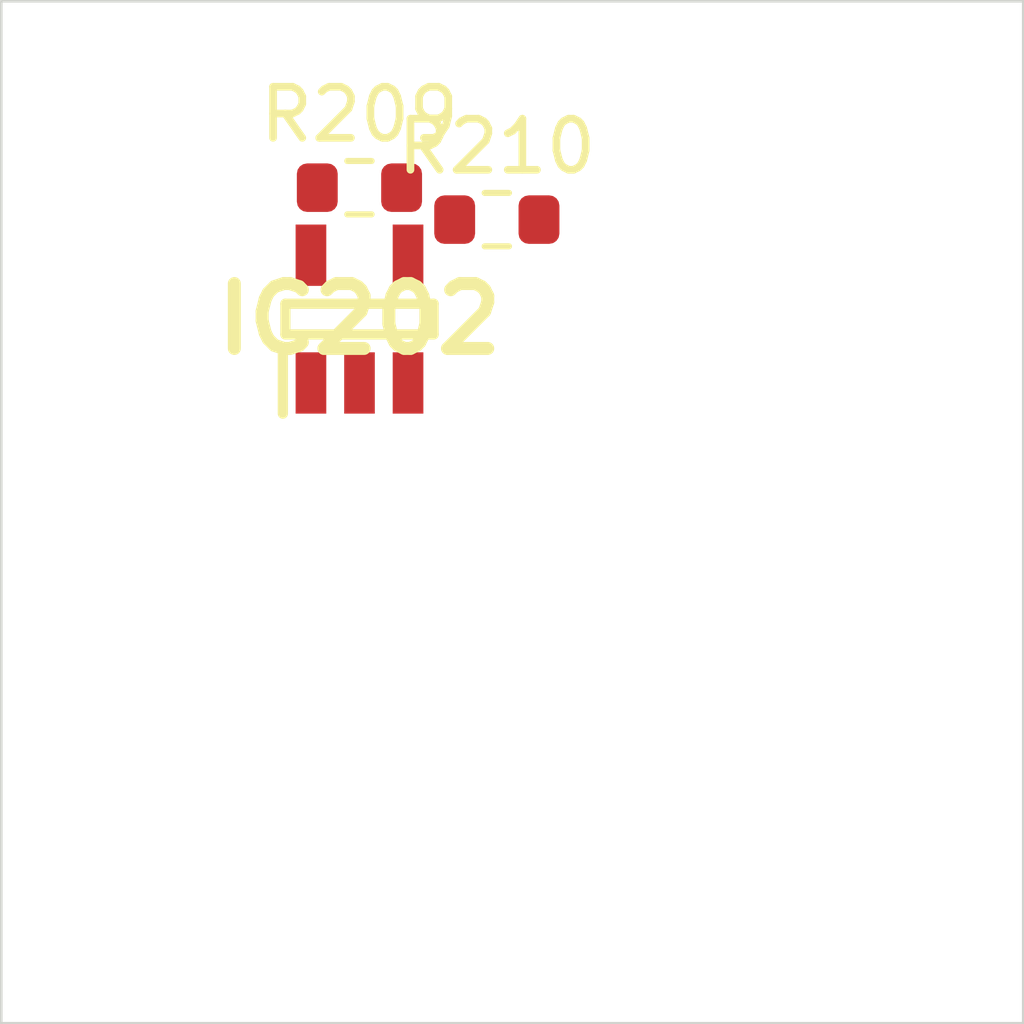
<source format=kicad_pcb>
 ( kicad_pcb  ( version 20171130 )
 ( host pcbnew 5.1.12-84ad8e8a86~92~ubuntu18.04.1 )
 ( general  ( thickness 1.6 )
 ( drawings 4 )
 ( tracks 0 )
 ( zones 0 )
 ( modules 3 )
 ( nets 5 )
)
 ( page A4 )
 ( layers  ( 0 F.Cu signal )
 ( 31 B.Cu signal )
 ( 32 B.Adhes user )
 ( 33 F.Adhes user )
 ( 34 B.Paste user )
 ( 35 F.Paste user )
 ( 36 B.SilkS user )
 ( 37 F.SilkS user )
 ( 38 B.Mask user )
 ( 39 F.Mask user )
 ( 40 Dwgs.User user )
 ( 41 Cmts.User user )
 ( 42 Eco1.User user )
 ( 43 Eco2.User user )
 ( 44 Edge.Cuts user )
 ( 45 Margin user )
 ( 46 B.CrtYd user )
 ( 47 F.CrtYd user )
 ( 48 B.Fab user )
 ( 49 F.Fab user )
)
 ( setup  ( last_trace_width 0.25 )
 ( trace_clearance 0.2 )
 ( zone_clearance 0.508 )
 ( zone_45_only no )
 ( trace_min 0.2 )
 ( via_size 0.8 )
 ( via_drill 0.4 )
 ( via_min_size 0.4 )
 ( via_min_drill 0.3 )
 ( uvia_size 0.3 )
 ( uvia_drill 0.1 )
 ( uvias_allowed no )
 ( uvia_min_size 0.2 )
 ( uvia_min_drill 0.1 )
 ( edge_width 0.05 )
 ( segment_width 0.2 )
 ( pcb_text_width 0.3 )
 ( pcb_text_size 1.5 1.5 )
 ( mod_edge_width 0.12 )
 ( mod_text_size 1 1 )
 ( mod_text_width 0.15 )
 ( pad_size 1.524 1.524 )
 ( pad_drill 0.762 )
 ( pad_to_mask_clearance 0 )
 ( aux_axis_origin 0 0 )
 ( visible_elements FFFFFF7F )
 ( pcbplotparams  ( layerselection 0x010fc_ffffffff )
 ( usegerberextensions false )
 ( usegerberattributes true )
 ( usegerberadvancedattributes true )
 ( creategerberjobfile true )
 ( excludeedgelayer true )
 ( linewidth 0.100000 )
 ( plotframeref false )
 ( viasonmask false )
 ( mode 1 )
 ( useauxorigin false )
 ( hpglpennumber 1 )
 ( hpglpenspeed 20 )
 ( hpglpendiameter 15.000000 )
 ( psnegative false )
 ( psa4output false )
 ( plotreference true )
 ( plotvalue true )
 ( plotinvisibletext false )
 ( padsonsilk false )
 ( subtractmaskfromsilk false )
 ( outputformat 1 )
 ( mirror false )
 ( drillshape 1 )
 ( scaleselection 1 )
 ( outputdirectory "" )
)
)
 ( net 0 "" )
 ( net 1 GND )
 ( net 2 VDDA )
 ( net 3 /Sheet6235D886/vp )
 ( net 4 "Net-(IC202-Pad3)" )
 ( net_class Default "This is the default net class."  ( clearance 0.2 )
 ( trace_width 0.25 )
 ( via_dia 0.8 )
 ( via_drill 0.4 )
 ( uvia_dia 0.3 )
 ( uvia_drill 0.1 )
 ( add_net /Sheet6235D886/vp )
 ( add_net GND )
 ( add_net "Net-(IC202-Pad3)" )
 ( add_net VDDA )
)
 ( module SOT95P280X145-5N locked  ( layer F.Cu )
 ( tedit 62336ED7 )
 ( tstamp 623423ED )
 ( at 87.010600 106.220000 90.000000 )
 ( descr DBV0005A )
 ( tags "Integrated Circuit" )
 ( path /6235D887/6266C08E )
 ( attr smd )
 ( fp_text reference IC202  ( at 0 0 )
 ( layer F.SilkS )
 ( effects  ( font  ( size 1.27 1.27 )
 ( thickness 0.254 )
)
)
)
 ( fp_text value TL071HIDBVR  ( at 0 0 )
 ( layer F.SilkS )
hide  ( effects  ( font  ( size 1.27 1.27 )
 ( thickness 0.254 )
)
)
)
 ( fp_line  ( start -1.85 -1.5 )
 ( end -0.65 -1.5 )
 ( layer F.SilkS )
 ( width 0.2 )
)
 ( fp_line  ( start -0.3 1.45 )
 ( end -0.3 -1.45 )
 ( layer F.SilkS )
 ( width 0.2 )
)
 ( fp_line  ( start 0.3 1.45 )
 ( end -0.3 1.45 )
 ( layer F.SilkS )
 ( width 0.2 )
)
 ( fp_line  ( start 0.3 -1.45 )
 ( end 0.3 1.45 )
 ( layer F.SilkS )
 ( width 0.2 )
)
 ( fp_line  ( start -0.3 -1.45 )
 ( end 0.3 -1.45 )
 ( layer F.SilkS )
 ( width 0.2 )
)
 ( fp_line  ( start -0.8 -0.5 )
 ( end 0.15 -1.45 )
 ( layer Dwgs.User )
 ( width 0.1 )
)
 ( fp_line  ( start -0.8 1.45 )
 ( end -0.8 -1.45 )
 ( layer Dwgs.User )
 ( width 0.1 )
)
 ( fp_line  ( start 0.8 1.45 )
 ( end -0.8 1.45 )
 ( layer Dwgs.User )
 ( width 0.1 )
)
 ( fp_line  ( start 0.8 -1.45 )
 ( end 0.8 1.45 )
 ( layer Dwgs.User )
 ( width 0.1 )
)
 ( fp_line  ( start -0.8 -1.45 )
 ( end 0.8 -1.45 )
 ( layer Dwgs.User )
 ( width 0.1 )
)
 ( fp_line  ( start -2.1 1.775 )
 ( end -2.1 -1.775 )
 ( layer Dwgs.User )
 ( width 0.05 )
)
 ( fp_line  ( start 2.1 1.775 )
 ( end -2.1 1.775 )
 ( layer Dwgs.User )
 ( width 0.05 )
)
 ( fp_line  ( start 2.1 -1.775 )
 ( end 2.1 1.775 )
 ( layer Dwgs.User )
 ( width 0.05 )
)
 ( fp_line  ( start -2.1 -1.775 )
 ( end 2.1 -1.775 )
 ( layer Dwgs.User )
 ( width 0.05 )
)
 ( pad 1 smd rect  ( at -1.25 -0.95 180.000000 )
 ( size 0.6 1.2 )
 ( layers F.Cu F.Mask F.Paste )
 ( net 3 /Sheet6235D886/vp )
)
 ( pad 2 smd rect  ( at -1.25 0 180.000000 )
 ( size 0.6 1.2 )
 ( layers F.Cu F.Mask F.Paste )
 ( net 1 GND )
)
 ( pad 3 smd rect  ( at -1.25 0.95 180.000000 )
 ( size 0.6 1.2 )
 ( layers F.Cu F.Mask F.Paste )
 ( net 4 "Net-(IC202-Pad3)" )
)
 ( pad 4 smd rect  ( at 1.25 0.95 180.000000 )
 ( size 0.6 1.2 )
 ( layers F.Cu F.Mask F.Paste )
 ( net 3 /Sheet6235D886/vp )
)
 ( pad 5 smd rect  ( at 1.25 -0.95 180.000000 )
 ( size 0.6 1.2 )
 ( layers F.Cu F.Mask F.Paste )
 ( net 2 VDDA )
)
)
 ( module Resistor_SMD:R_0603_1608Metric  ( layer F.Cu )
 ( tedit 5F68FEEE )
 ( tstamp 62342595 )
 ( at 87.009700 103.648000 )
 ( descr "Resistor SMD 0603 (1608 Metric), square (rectangular) end terminal, IPC_7351 nominal, (Body size source: IPC-SM-782 page 72, https://www.pcb-3d.com/wordpress/wp-content/uploads/ipc-sm-782a_amendment_1_and_2.pdf), generated with kicad-footprint-generator" )
 ( tags resistor )
 ( path /6235D887/623CDBD9 )
 ( attr smd )
 ( fp_text reference R209  ( at 0 -1.43 )
 ( layer F.SilkS )
 ( effects  ( font  ( size 1 1 )
 ( thickness 0.15 )
)
)
)
 ( fp_text value 100k  ( at 0 1.43 )
 ( layer F.Fab )
 ( effects  ( font  ( size 1 1 )
 ( thickness 0.15 )
)
)
)
 ( fp_line  ( start -0.8 0.4125 )
 ( end -0.8 -0.4125 )
 ( layer F.Fab )
 ( width 0.1 )
)
 ( fp_line  ( start -0.8 -0.4125 )
 ( end 0.8 -0.4125 )
 ( layer F.Fab )
 ( width 0.1 )
)
 ( fp_line  ( start 0.8 -0.4125 )
 ( end 0.8 0.4125 )
 ( layer F.Fab )
 ( width 0.1 )
)
 ( fp_line  ( start 0.8 0.4125 )
 ( end -0.8 0.4125 )
 ( layer F.Fab )
 ( width 0.1 )
)
 ( fp_line  ( start -0.237258 -0.5225 )
 ( end 0.237258 -0.5225 )
 ( layer F.SilkS )
 ( width 0.12 )
)
 ( fp_line  ( start -0.237258 0.5225 )
 ( end 0.237258 0.5225 )
 ( layer F.SilkS )
 ( width 0.12 )
)
 ( fp_line  ( start -1.48 0.73 )
 ( end -1.48 -0.73 )
 ( layer F.CrtYd )
 ( width 0.05 )
)
 ( fp_line  ( start -1.48 -0.73 )
 ( end 1.48 -0.73 )
 ( layer F.CrtYd )
 ( width 0.05 )
)
 ( fp_line  ( start 1.48 -0.73 )
 ( end 1.48 0.73 )
 ( layer F.CrtYd )
 ( width 0.05 )
)
 ( fp_line  ( start 1.48 0.73 )
 ( end -1.48 0.73 )
 ( layer F.CrtYd )
 ( width 0.05 )
)
 ( fp_text user %R  ( at 0 0 )
 ( layer F.Fab )
 ( effects  ( font  ( size 0.4 0.4 )
 ( thickness 0.06 )
)
)
)
 ( pad 1 smd roundrect  ( at -0.825 0 )
 ( size 0.8 0.95 )
 ( layers F.Cu F.Mask F.Paste )
 ( roundrect_rratio 0.25 )
 ( net 2 VDDA )
)
 ( pad 2 smd roundrect  ( at 0.825 0 )
 ( size 0.8 0.95 )
 ( layers F.Cu F.Mask F.Paste )
 ( roundrect_rratio 0.25 )
 ( net 4 "Net-(IC202-Pad3)" )
)
 ( model ${KISYS3DMOD}/Resistor_SMD.3dshapes/R_0603_1608Metric.wrl  ( at  ( xyz 0 0 0 )
)
 ( scale  ( xyz 1 1 1 )
)
 ( rotate  ( xyz 0 0 0 )
)
)
)
 ( module Resistor_SMD:R_0603_1608Metric  ( layer F.Cu )
 ( tedit 5F68FEEE )
 ( tstamp 623425A6 )
 ( at 89.698400 104.273000 )
 ( descr "Resistor SMD 0603 (1608 Metric), square (rectangular) end terminal, IPC_7351 nominal, (Body size source: IPC-SM-782 page 72, https://www.pcb-3d.com/wordpress/wp-content/uploads/ipc-sm-782a_amendment_1_and_2.pdf), generated with kicad-footprint-generator" )
 ( tags resistor )
 ( path /6235D887/623CDBDF )
 ( attr smd )
 ( fp_text reference R210  ( at 0 -1.43 )
 ( layer F.SilkS )
 ( effects  ( font  ( size 1 1 )
 ( thickness 0.15 )
)
)
)
 ( fp_text value 100k  ( at 0 1.43 )
 ( layer F.Fab )
 ( effects  ( font  ( size 1 1 )
 ( thickness 0.15 )
)
)
)
 ( fp_line  ( start 1.48 0.73 )
 ( end -1.48 0.73 )
 ( layer F.CrtYd )
 ( width 0.05 )
)
 ( fp_line  ( start 1.48 -0.73 )
 ( end 1.48 0.73 )
 ( layer F.CrtYd )
 ( width 0.05 )
)
 ( fp_line  ( start -1.48 -0.73 )
 ( end 1.48 -0.73 )
 ( layer F.CrtYd )
 ( width 0.05 )
)
 ( fp_line  ( start -1.48 0.73 )
 ( end -1.48 -0.73 )
 ( layer F.CrtYd )
 ( width 0.05 )
)
 ( fp_line  ( start -0.237258 0.5225 )
 ( end 0.237258 0.5225 )
 ( layer F.SilkS )
 ( width 0.12 )
)
 ( fp_line  ( start -0.237258 -0.5225 )
 ( end 0.237258 -0.5225 )
 ( layer F.SilkS )
 ( width 0.12 )
)
 ( fp_line  ( start 0.8 0.4125 )
 ( end -0.8 0.4125 )
 ( layer F.Fab )
 ( width 0.1 )
)
 ( fp_line  ( start 0.8 -0.4125 )
 ( end 0.8 0.4125 )
 ( layer F.Fab )
 ( width 0.1 )
)
 ( fp_line  ( start -0.8 -0.4125 )
 ( end 0.8 -0.4125 )
 ( layer F.Fab )
 ( width 0.1 )
)
 ( fp_line  ( start -0.8 0.4125 )
 ( end -0.8 -0.4125 )
 ( layer F.Fab )
 ( width 0.1 )
)
 ( fp_text user %R  ( at 0 0 )
 ( layer F.Fab )
 ( effects  ( font  ( size 0.4 0.4 )
 ( thickness 0.06 )
)
)
)
 ( pad 2 smd roundrect  ( at 0.825 0 )
 ( size 0.8 0.95 )
 ( layers F.Cu F.Mask F.Paste )
 ( roundrect_rratio 0.25 )
 ( net 1 GND )
)
 ( pad 1 smd roundrect  ( at -0.825 0 )
 ( size 0.8 0.95 )
 ( layers F.Cu F.Mask F.Paste )
 ( roundrect_rratio 0.25 )
 ( net 4 "Net-(IC202-Pad3)" )
)
 ( model ${KISYS3DMOD}/Resistor_SMD.3dshapes/R_0603_1608Metric.wrl  ( at  ( xyz 0 0 0 )
)
 ( scale  ( xyz 1 1 1 )
)
 ( rotate  ( xyz 0 0 0 )
)
)
)
 ( gr_line  ( start 100 100 )
 ( end 100 120 )
 ( layer Edge.Cuts )
 ( width 0.05 )
 ( tstamp 62E770C4 )
)
 ( gr_line  ( start 80 120 )
 ( end 100 120 )
 ( layer Edge.Cuts )
 ( width 0.05 )
 ( tstamp 62E770C0 )
)
 ( gr_line  ( start 80 100 )
 ( end 100 100 )
 ( layer Edge.Cuts )
 ( width 0.05 )
 ( tstamp 6234110C )
)
 ( gr_line  ( start 80 100 )
 ( end 80 120 )
 ( layer Edge.Cuts )
 ( width 0.05 )
)
)

</source>
